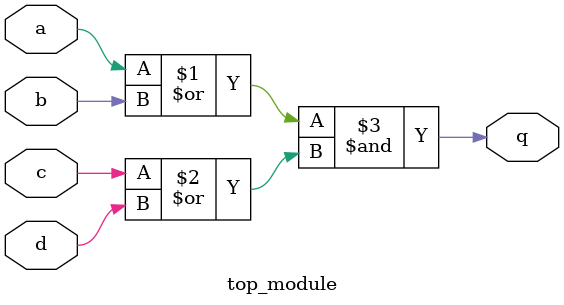
<source format=v>
module top_module (
    input a,
    input b,
    input c,
    input d,
    output q );//

    assign q = (a|b)&(c|d); //kmap取0

endmodule
</source>
